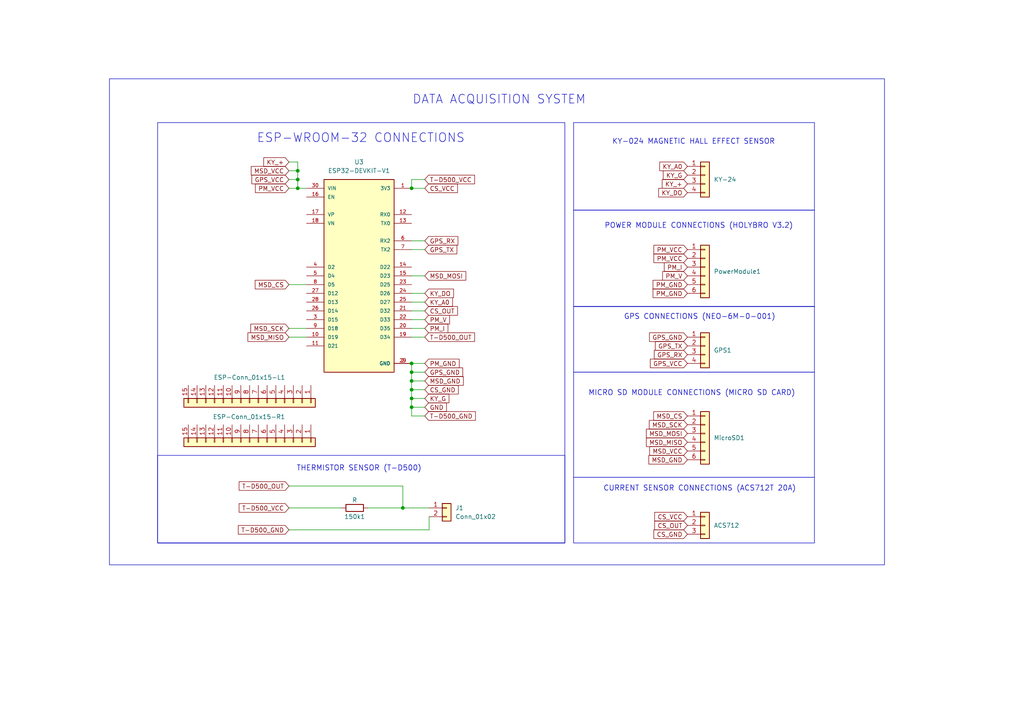
<source format=kicad_sch>
(kicad_sch (version 20231120) (generator "eeschema") (generator_version "8.0")
  (paper "A4")
  (title_block (title "DATA ACQUISITION SYSTEM") (company "GRUPO DE CONTROL AUTOMATICO"))
  (lib_symbols
    (symbol "Connector_Generic:Conn_01x02" (pin_names (offset 1.016) hide)
      (property "Reference" "J" (at 0 2.54 0))
      (property "Value" "Conn_01x02" (at 0 -5.08 0))
      (symbol "Conn_01x02_1_1"
        (rectangle (start -1.27 -2.413) (end 0 -2.667) (stroke (width 0.1524)))
        (rectangle (start -1.27 0.127) (end 0 -0.127) (stroke (width 0.1524)))
        (rectangle (start -1.27 1.27) (end 1.27 -3.81) (stroke (width 0.254)) (fill (type background)))
        (pin passive line (at -5.08 0 0) (length 3.81) (name "Pin_1") (number "1"))
        (pin passive line (at -5.08 -2.54 0) (length 3.81) (name "Pin_2") (number "2"))
      )
    )
    (symbol "Connector_Generic:Conn_01x03" (pin_names (offset 1.016) hide)
      (property "Reference" "J" (at 0 5.08 0))
      (property "Value" "Conn_01x03" (at 0 -5.08 0))
      (symbol "Conn_01x03_1_1"
        (rectangle (start -1.27 -2.413) (end 0 -2.667) (stroke (width 0.1524)))
        (rectangle (start -1.27 0.127) (end 0 -0.127) (stroke (width 0.1524)))
        (rectangle (start -1.27 2.667) (end 0 2.413) (stroke (width 0.1524)))
        (rectangle (start -1.27 3.81) (end 1.27 -3.81) (stroke (width 0.254)) (fill (type background)))
        (pin passive line (at -5.08 2.54 0) (length 3.81) (name "Pin_1") (number "1"))
        (pin passive line (at -5.08 0 0) (length 3.81) (name "Pin_2") (number "2"))
        (pin passive line (at -5.08 -2.54 0) (length 3.81) (name "Pin_3") (number "3"))
      )
    )
    (symbol "Connector_Generic:Conn_01x04" (pin_names (offset 1.016) hide)
      (property "Reference" "J" (at 0 5.08 0))
      (property "Value" "Conn_01x04" (at 0 -7.62 0))
      (symbol "Conn_01x04_1_1"
        (rectangle (start -1.27 -4.953) (end 0 -5.207) (stroke (width 0.1524)))
        (rectangle (start -1.27 -2.413) (end 0 -2.667) (stroke (width 0.1524)))
        (rectangle (start -1.27 0.127) (end 0 -0.127) (stroke (width 0.1524)))
        (rectangle (start -1.27 2.667) (end 0 2.413) (stroke (width 0.1524)))
        (rectangle (start -1.27 3.81) (end 1.27 -6.35) (stroke (width 0.254)) (fill (type background)))
        (pin passive line (at -5.08 2.54 0) (length 3.81) (name "Pin_1") (number "1"))
        (pin passive line (at -5.08 0 0) (length 3.81) (name "Pin_2") (number "2"))
        (pin passive line (at -5.08 -2.54 0) (length 3.81) (name "Pin_3") (number "3"))
        (pin passive line (at -5.08 -5.08 0) (length 3.81) (name "Pin_4") (number "4"))
      )
    )
    (symbol "Connector_Generic:Conn_01x06" (pin_names (offset 1.016) hide)
      (property "Reference" "J" (at 0 7.62 0))
      (property "Value" "Conn_01x06" (at 0 -10.16 0))
      (symbol "Conn_01x06_1_1"
        (rectangle (start -1.27 -7.493) (end 0 -7.747) (stroke (width 0.1524)))
        (rectangle (start -1.27 -4.953) (end 0 -5.207) (stroke (width 0.1524)))
        (rectangle (start -1.27 -2.413) (end 0 -2.667) (stroke (width 0.1524)))
        (rectangle (start -1.27 0.127) (end 0 -0.127) (stroke (width 0.1524)))
        (rectangle (start -1.27 2.667) (end 0 2.413) (stroke (width 0.1524)))
        (rectangle (start -1.27 5.207) (end 0 4.953) (stroke (width 0.1524)))
        (rectangle (start -1.27 6.35) (end 1.27 -8.89) (stroke (width 0.254)) (fill (type background)))
        (pin passive line (at -5.08 5.08 0) (length 3.81) (name "Pin_1") (number "1"))
        (pin passive line (at -5.08 2.54 0) (length 3.81) (name "Pin_2") (number "2"))
        (pin passive line (at -5.08 0 0) (length 3.81) (name "Pin_3") (number "3"))
        (pin passive line (at -5.08 -2.54 0) (length 3.81) (name "Pin_4") (number "4"))
        (pin passive line (at -5.08 -5.08 0) (length 3.81) (name "Pin_5") (number "5"))
        (pin passive line (at -5.08 -7.62 0) (length 3.81) (name "Pin_6") (number "6"))
      )
    )
    (symbol "Connector_Generic:Conn_01x15" (pin_names (offset 1.016) hide)
      (property "Reference" "J" (at 0 20.32 0))
      (property "Value" "Conn_01x15" (at 0 -20.32 0))
      (symbol "Conn_01x15_1_1"
        (rectangle (start -1.27 -17.653) (end 0 -17.907) (stroke (width 0.1524)))
        (rectangle (start -1.27 -15.113) (end 0 -15.367) (stroke (width 0.1524)))
        (rectangle (start -1.27 -12.573) (end 0 -12.827) (stroke (width 0.1524)))
        (rectangle (start -1.27 -10.033) (end 0 -10.287) (stroke (width 0.1524)))
        (rectangle (start -1.27 -7.493) (end 0 -7.747) (stroke (width 0.1524)))
        (rectangle (start -1.27 -4.953) (end 0 -5.207) (stroke (width 0.1524)))
        (rectangle (start -1.27 -2.413) (end 0 -2.667) (stroke (width 0.1524)))
        (rectangle (start -1.27 0.127) (end 0 -0.127) (stroke (width 0.1524)))
        (rectangle (start -1.27 2.667) (end 0 2.413) (stroke (width 0.1524)))
        (rectangle (start -1.27 5.207) (end 0 4.953) (stroke (width 0.1524)))
        (rectangle (start -1.27 7.747) (end 0 7.493) (stroke (width 0.1524)))
        (rectangle (start -1.27 10.287) (end 0 10.033) (stroke (width 0.1524)))
        (rectangle (start -1.27 12.827) (end 0 12.573) (stroke (width 0.1524)))
        (rectangle (start -1.27 15.367) (end 0 15.113) (stroke (width 0.1524)))
        (rectangle (start -1.27 17.907) (end 0 17.653) (stroke (width 0.1524)))
        (rectangle (start -1.27 19.05) (end 1.27 -19.05) (stroke (width 0.254)) (fill (type background)))
        (pin passive line (at -5.08 17.78 0) (length 3.81) (name "Pin_1") (number "1"))
        (pin passive line (at -5.08 -5.08 0) (length 3.81) (name "Pin_10") (number "10"))
        (pin passive line (at -5.08 -7.62 0) (length 3.81) (name "Pin_11") (number "11"))
        (pin passive line (at -5.08 -10.16 0) (length 3.81) (name "Pin_12") (number "12"))
        (pin passive line (at -5.08 -12.7 0) (length 3.81) (name "Pin_13") (number "13"))
        (pin passive line (at -5.08 -15.24 0) (length 3.81) (name "Pin_14") (number "14"))
        (pin passive line (at -5.08 -17.78 0) (length 3.81) (name "Pin_15") (number "15"))
        (pin passive line (at -5.08 15.24 0) (length 3.81) (name "Pin_2") (number "2"))
        (pin passive line (at -5.08 12.7 0) (length 3.81) (name "Pin_3") (number "3"))
        (pin passive line (at -5.08 10.16 0) (length 3.81) (name "Pin_4") (number "4"))
        (pin passive line (at -5.08 7.62 0) (length 3.81) (name "Pin_5") (number "5"))
        (pin passive line (at -5.08 5.08 0) (length 3.81) (name "Pin_6") (number "6"))
        (pin passive line (at -5.08 2.54 0) (length 3.81) (name "Pin_7") (number "7"))
        (pin passive line (at -5.08 0 0) (length 3.81) (name "Pin_8") (number "8"))
        (pin passive line (at -5.08 -2.54 0) (length 3.81) (name "Pin_9") (number "9"))
      )
    )
    (symbol "Device:R" (pin_numbers hide) (pin_names (offset 0))
      (property "Reference" "R" (at 2.032 0 90))
      (property "Value" "R" (at 0 0 90))
      (symbol "R_0_1"
        (rectangle (start -1.016 -2.54) (end 1.016 2.54) (stroke (width 0.254)))
      )
      (symbol "R_1_1"
        (pin passive line (at 0 3.81 270) (length 1.27) (name "~") (number "1"))
        (pin passive line (at 0 -3.81 90) (length 1.27) (name "~") (number "2"))
      )
    )
    (symbol "ESP32-DEVKIT-V1:ESP32-DEVKIT-V1" (pin_names (offset 1.016))
      (property "Reference" "U" (at -10.16 30.48 0))
      (property "Value" "ESP32-DEVKIT-V1" (at -10.16 -30.48 0))
      (symbol "ESP32-DEVKIT-V1_0_0"
        (rectangle (start -10.16 -27.94) (end 10.16 27.94) (stroke (width 0.254)) (fill (type background)))
        (pin output line (at 15.24 25.4 180) (length 5.08) (name "3V3") (number "1"))
        (pin bidirectional line (at -15.24 -17.78 0) (length 5.08) (name "D19") (number "10"))
        (pin bidirectional line (at -15.24 -20.32 0) (length 5.08) (name "D21") (number "11"))
        (pin input line (at 15.24 17.78 180) (length 5.08) (name "RX0") (number "12"))
        (pin output line (at 15.24 15.24 180) (length 5.08) (name "TX0") (number "13"))
        (pin bidirectional line (at 15.24 2.54 180) (length 5.08) (name "D22") (number "14"))
        (pin bidirectional line (at 15.24 0 180) (length 5.08) (name "D23") (number "15"))
        (pin input line (at -15.24 22.86 0) (length 5.08) (name "EN") (number "16"))
        (pin bidirectional line (at -15.24 17.78 0) (length 5.08) (name "VP") (number "17"))
        (pin bidirectional line (at -15.24 15.24 0) (length 5.08) (name "VN") (number "18"))
        (pin bidirectional line (at 15.24 -17.78 180) (length 5.08) (name "D34") (number "19"))
        (pin power_in line (at 15.24 -25.4 180) (length 5.08) (name "GND") (number "2"))
        (pin bidirectional line (at 15.24 -15.24 180) (length 5.08) (name "D35") (number "20"))
        (pin bidirectional line (at 15.24 -10.16 180) (length 5.08) (name "D32") (number "21"))
        (pin bidirectional line (at 15.24 -12.7 180) (length 5.08) (name "D33") (number "22"))
        (pin bidirectional line (at 15.24 -2.54 180) (length 5.08) (name "D25") (number "23"))
        (pin bidirectional line (at 15.24 -5.08 180) (length 5.08) (name "D26") (number "24"))
        (pin bidirectional line (at 15.24 -7.62 180) (length 5.08) (name "D27") (number "25"))
        (pin bidirectional line (at -15.24 -10.16 0) (length 5.08) (name "D14") (number "26"))
        (pin bidirectional line (at -15.24 -5.08 0) (length 5.08) (name "D12") (number "27"))
        (pin bidirectional line (at -15.24 -7.62 0) (length 5.08) (name "D13") (number "28"))
        (pin power_in line (at 15.24 -25.4 180) (length 5.08) (name "GND") (number "29"))
        (pin bidirectional line (at -15.24 -12.7 0) (length 5.08) (name "D15") (number "3"))
        (pin input line (at -15.24 25.4 0) (length 5.08) (name "VIN") (number "30"))
        (pin bidirectional line (at -15.24 2.54 0) (length 5.08) (name "D2") (number "4"))
        (pin bidirectional line (at -15.24 0 0) (length 5.08) (name "D4") (number "5"))
        (pin input line (at 15.24 10.16 180) (length 5.08) (name "RX2") (number "6"))
        (pin output line (at 15.24 7.62 180) (length 5.08) (name "TX2") (number "7"))
        (pin bidirectional line (at -15.24 -2.54 0) (length 5.08) (name "D5") (number "8"))
        (pin bidirectional line (at -15.24 -15.24 0) (length 5.08) (name "D18") (number "9"))
      )
    )
  )
  (junction (at 86.36 54.61))
  (junction (at 119.38 113.03))
  (junction (at 119.38 54.61))
  (junction (at 116.84 147.32))
  (junction (at 119.38 107.95))
  (junction (at 119.38 118.11))
  (junction (at 119.38 115.57))
  (junction (at 119.38 105.41))
  (junction (at 86.36 49.53))
  (junction (at 119.38 110.49))
  (junction (at 86.36 52.07))
  (wire (pts (xy 86.36 52.07) (xy 86.36 54.61)))
  (wire (pts (xy 123.19 52.07) (xy 119.38 52.07)))
  (wire (pts (xy 83.82 153.67) (xy 124.46 153.67)))
  (wire (pts (xy 83.82 97.79) (xy 88.9 97.79)))
  (wire (pts (xy 119.38 110.49) (xy 119.38 113.03)))
  (wire (pts (xy 119.38 80.01) (xy 123.19 80.01)))
  (wire (pts (xy 83.82 46.99) (xy 86.36 46.99)))
  (wire (pts (xy 86.36 46.99) (xy 86.36 49.53)))
  (wire (pts (xy 119.38 105.41) (xy 119.38 107.95)))
  (wire (pts (xy 86.36 54.61) (xy 88.9 54.61)))
  (wire (pts (xy 119.38 90.17) (xy 123.19 90.17)))
  (wire (pts (xy 116.84 140.97) (xy 116.84 147.32)))
  (wire (pts (xy 123.19 115.57) (xy 119.38 115.57)))
  (wire (pts (xy 119.38 107.95) (xy 119.38 110.49)))
  (wire (pts (xy 83.82 49.53) (xy 86.36 49.53)))
  (wire (pts (xy 119.38 52.07) (xy 119.38 54.61)))
  (wire (pts (xy 119.38 54.61) (xy 123.19 54.61)))
  (wire (pts (xy 83.82 82.55) (xy 88.9 82.55)))
  (wire (pts (xy 119.38 120.65) (xy 119.38 118.11)))
  (wire (pts (xy 119.38 95.25) (xy 123.19 95.25)))
  (wire (pts (xy 119.38 72.39) (xy 123.19 72.39)))
  (wire (pts (xy 123.19 110.49) (xy 119.38 110.49)))
  (wire (pts (xy 119.38 118.11) (xy 119.38 115.57)))
  (wire (pts (xy 86.36 49.53) (xy 86.36 52.07)))
  (wire (pts (xy 119.38 87.63) (xy 123.19 87.63)))
  (wire (pts (xy 119.38 105.41) (xy 123.19 105.41)))
  (wire (pts (xy 123.19 120.65) (xy 119.38 120.65)))
  (wire (pts (xy 106.68 147.32) (xy 116.84 147.32)))
  (wire (pts (xy 83.82 147.32) (xy 99.06 147.32)))
  (wire (pts (xy 83.82 95.25) (xy 88.9 95.25)))
  (wire (pts (xy 119.38 92.71) (xy 123.19 92.71)))
  (wire (pts (xy 83.82 52.07) (xy 86.36 52.07)))
  (wire (pts (xy 123.19 113.03) (xy 119.38 113.03)))
  (wire (pts (xy 83.82 54.61) (xy 86.36 54.61)))
  (wire (pts (xy 119.38 115.57) (xy 119.38 113.03)))
  (wire (pts (xy 124.46 153.67) (xy 124.46 149.86)))
  (wire (pts (xy 123.19 107.95) (xy 119.38 107.95)))
  (wire (pts (xy 83.82 140.97) (xy 116.84 140.97)))
  (wire (pts (xy 116.84 147.32) (xy 124.46 147.32)))
  (wire (pts (xy 123.19 118.11) (xy 119.38 118.11)))
  (wire (pts (xy 119.38 97.79) (xy 123.19 97.79)))
  (wire (pts (xy 119.38 85.09) (xy 123.19 85.09)))
  (wire (pts (xy 119.38 69.85) (xy 123.19 69.85)))
  (rectangle (start 45.72 132.08) (end 163.83 157.48))
  (rectangle (start 166.37 88.9) (end 236.22 107.95))
  (rectangle (start 166.37 60.96) (end 236.22 88.9))
  (rectangle (start 31.75 22.86) (end 256.54 163.83))
  (rectangle (start 166.37 138.43) (end 236.22 157.48))
  (rectangle (start 166.37 35.56) (end 236.22 60.96))
  (rectangle (start 166.37 107.95) (end 236.22 138.43))
  (rectangle (start 45.72 35.56) (end 163.83 157.48))
  (text "POWER MODULE CONNECTIONS (HOLYBRO V3.2)" (at 202.692 65.532 0) (effects (font (size 1.524 1.524))))
  (text "KY-024 MAGNETIC HALL EFFECT SENSOR" (at 201.168 41.148 0) (effects (font (size 1.524 1.524))))
  (text "MICRO SD MODULE CONNECTIONS (MICRO SD CARD)" (at 200.66 114.046 0) (effects (font (size 1.524 1.524))))
  (text "ESP-WROOM-32 CONNECTIONS" (at 104.648 40.132 0) (effects (font (size 2.54 2.54))))
  (text "THERMISTOR SENSOR (T-D500)" (at 104.14 135.89 0) (effects (font (size 1.524 1.524))))
  (text "CURRENT SENSOR CONNECTIONS (ACS712T 20A)" (at 202.946 141.732 0) (effects (font (size 1.524 1.524))))
  (text "GPS CONNECTIONS (NEO-6M-0-001)" (at 202.946 91.948 0) (effects (font (size 1.524 1.524))))
  (text "DATA ACQUISITION SYSTEM" (at 144.78 28.956 0) (effects (font (size 2.54 2.54))))
  (global_label "PM_I" (shape input) (at 199.39 77.47 180) (property "Intersheetrefs" "${INTERSHEET_REFS}" (effects (hide yes))))
  (global_label "MSD_MOSI" (shape input) (at 199.39 125.73 180) (property "Intersheetrefs" "${INTERSHEET_REFS}" (effects (hide yes))))
  (global_label "GPS_GND" (shape input) (at 123.19 107.95 0) (property "Intersheetrefs" "${INTERSHEET_REFS}" (effects (hide yes))))
  (global_label "PM_GND" (shape input) (at 199.39 85.09 180) (property "Intersheetrefs" "${INTERSHEET_REFS}" (effects (hide yes))))
  (global_label "GPS_RX" (shape input) (at 199.39 102.87 180) (property "Intersheetrefs" "${INTERSHEET_REFS}" (effects (hide yes))))
  (global_label "T-D500_VCC" (shape input) (at 83.82 147.32 180) (property "Intersheetrefs" "${INTERSHEET_REFS}" (effects (hide yes))))
  (global_label "MSD_MISO" (shape input) (at 83.82 97.79 180) (property "Intersheetrefs" "${INTERSHEET_REFS}" (effects (hide yes))))
  (global_label "MSD_SCK" (shape input) (at 83.82 95.25 180) (property "Intersheetrefs" "${INTERSHEET_REFS}" (effects (hide yes))))
  (global_label "MSD_GND" (shape input) (at 199.39 133.35 180) (property "Intersheetrefs" "${INTERSHEET_REFS}" (effects (hide yes))))
  (global_label "KY_DO" (shape input) (at 123.19 85.09 0) (property "Intersheetrefs" "${INTERSHEET_REFS}" (effects (hide yes))))
  (global_label "MSD_SCK" (shape input) (at 199.39 123.19 180) (property "Intersheetrefs" "${INTERSHEET_REFS}" (effects (hide yes))))
  (global_label "CS_VCC" (shape input) (at 199.39 149.86 180) (property "Intersheetrefs" "${INTERSHEET_REFS}" (effects (hide yes))))
  (global_label "CS_GND" (shape input) (at 199.39 154.94 180) (property "Intersheetrefs" "${INTERSHEET_REFS}" (effects (hide yes))))
  (global_label "KY_G" (shape input) (at 199.39 50.8 180) (property "Intersheetrefs" "${INTERSHEET_REFS}" (effects (hide yes))))
  (global_label "GPS_VCC" (shape input) (at 83.82 52.07 180) (property "Intersheetrefs" "${INTERSHEET_REFS}" (effects (hide yes))))
  (global_label "T-D500_OUT" (shape input) (at 123.19 97.79 0) (property "Intersheetrefs" "${INTERSHEET_REFS}" (effects (hide yes))))
  (global_label "GPS_TX" (shape input) (at 199.39 100.33 180) (property "Intersheetrefs" "${INTERSHEET_REFS}" (effects (hide yes))))
  (global_label "PM_V" (shape input) (at 123.19 92.71 0) (property "Intersheetrefs" "${INTERSHEET_REFS}" (effects (hide yes))))
  (global_label "CS_VCC" (shape input) (at 123.19 54.61 0) (property "Intersheetrefs" "${INTERSHEET_REFS}" (effects (hide yes))))
  (global_label "PM_VCC" (shape input) (at 199.39 72.39 180) (property "Intersheetrefs" "${INTERSHEET_REFS}" (effects (hide yes))))
  (global_label "GPS_GND" (shape input) (at 199.39 97.79 180) (property "Intersheetrefs" "${INTERSHEET_REFS}" (effects (hide yes))))
  (global_label "MSD_GND" (shape input) (at 123.19 110.49 0) (property "Intersheetrefs" "${INTERSHEET_REFS}" (effects (hide yes))))
  (global_label "T-D500_OUT" (shape input) (at 83.82 140.97 180) (property "Intersheetrefs" "${INTERSHEET_REFS}" (effects (hide yes))))
  (global_label "T-D500_GND" (shape input) (at 123.19 120.65 0) (property "Intersheetrefs" "${INTERSHEET_REFS}" (effects (hide yes))))
  (global_label "GND" (shape input) (at 123.19 118.11 0) (property "Intersheetrefs" "${INTERSHEET_REFS}" (effects (hide yes))))
  (global_label "MSD_MOSI" (shape input) (at 123.19 80.01 0) (property "Intersheetrefs" "${INTERSHEET_REFS}" (effects (hide yes))))
  (global_label "PM_GND" (shape input) (at 123.19 105.41 0) (property "Intersheetrefs" "${INTERSHEET_REFS}" (effects (hide yes))))
  (global_label "GPS_TX" (shape input) (at 123.19 72.39 0) (property "Intersheetrefs" "${INTERSHEET_REFS}" (effects (hide yes))))
  (global_label "T-D500_VCC" (shape input) (at 123.19 52.07 0) (property "Intersheetrefs" "${INTERSHEET_REFS}" (effects (hide yes))))
  (global_label "PM_I" (shape input) (at 123.19 95.25 0) (property "Intersheetrefs" "${INTERSHEET_REFS}" (effects (hide yes))))
  (global_label "CS_OUT" (shape input) (at 123.19 90.17 0) (property "Intersheetrefs" "${INTERSHEET_REFS}" (effects (hide yes))))
  (global_label "PM_V" (shape input) (at 199.39 80.01 180) (property "Intersheetrefs" "${INTERSHEET_REFS}" (effects (hide yes))))
  (global_label "KY_A0" (shape input) (at 123.19 87.63 0) (property "Intersheetrefs" "${INTERSHEET_REFS}" (effects (hide yes))))
  (global_label "GPS_VCC" (shape input) (at 199.39 105.41 180) (property "Intersheetrefs" "${INTERSHEET_REFS}" (effects (hide yes))))
  (global_label "KY_G" (shape input) (at 123.19 115.57 0) (property "Intersheetrefs" "${INTERSHEET_REFS}" (effects (hide yes))))
  (global_label "CS_GND" (shape input) (at 123.19 113.03 0) (property "Intersheetrefs" "${INTERSHEET_REFS}" (effects (hide yes))))
  (global_label "KY_+" (shape input) (at 199.39 53.34 180) (property "Intersheetrefs" "${INTERSHEET_REFS}" (effects (hide yes))))
  (global_label "MSD_MISO" (shape input) (at 199.39 128.27 180) (property "Intersheetrefs" "${INTERSHEET_REFS}" (effects (hide yes))))
  (global_label "KY_A0" (shape input) (at 199.39 48.26 180) (property "Intersheetrefs" "${INTERSHEET_REFS}" (effects (hide yes))))
  (global_label "MSD_VCC" (shape input) (at 83.82 49.53 180) (property "Intersheetrefs" "${INTERSHEET_REFS}" (effects (hide yes))))
  (global_label "GPS_RX" (shape input) (at 123.19 69.85 0) (property "Intersheetrefs" "${INTERSHEET_REFS}" (effects (hide yes))))
  (global_label "MSD_CS" (shape input) (at 199.39 120.65 180) (property "Intersheetrefs" "${INTERSHEET_REFS}" (effects (hide yes))))
  (global_label "CS_OUT" (shape input) (at 199.39 152.4 180) (property "Intersheetrefs" "${INTERSHEET_REFS}" (effects (hide yes))))
  (global_label "KY_DO" (shape input) (at 199.39 55.88 180) (property "Intersheetrefs" "${INTERSHEET_REFS}" (effects (hide yes))))
  (global_label "MSD_CS" (shape input) (at 83.82 82.55 180) (property "Intersheetrefs" "${INTERSHEET_REFS}" (effects (hide yes))))
  (global_label "T-D500_GND" (shape input) (at 83.82 153.67 180) (property "Intersheetrefs" "${INTERSHEET_REFS}" (effects (hide yes))))
  (global_label "PM_VCC" (shape input) (at 83.82 54.61 180) (property "Intersheetrefs" "${INTERSHEET_REFS}" (effects (hide yes))))
  (global_label "PM_VCC" (shape input) (at 199.39 74.93 180) (property "Intersheetrefs" "${INTERSHEET_REFS}" (effects (hide yes))))
  (global_label "PM_GND" (shape input) (at 199.39 82.55 180) (property "Intersheetrefs" "${INTERSHEET_REFS}" (effects (hide yes))))
  (global_label "KY_+" (shape input) (at 83.82 46.99 180) (property "Intersheetrefs" "${INTERSHEET_REFS}" (effects (hide yes))))
  (global_label "MSD_VCC" (shape input) (at 199.39 130.81 180) (property "Intersheetrefs" "${INTERSHEET_REFS}" (effects (hide yes))))
  (symbol (lib_id "Device:R") (at 102.87 147.32 90) (unit 1)
    (property "Reference" "150k1" (at 102.87 149.86 90))
    (property "Value" "R" (at 102.87 145.034 90))
    (property "Footprint" "Connector_PinSocket_2.54mm:PinSocket_1x02_P2.54mm_Vertical" (effects (hide yes)))
    (property "Description" "Resistor" (effects (hide yes)))
  )
  (symbol (lib_id "Connector_Generic:Conn_01x04") (at 204.47 100.33 0) (unit 1)
    (property "Reference" "GPS1" (at 207.01 101.5999 0) (effects (justify left)))
    (property "Value" "Conn_01x04" (effects (hide yes)))
    (property "Footprint" "Connector_PinSocket_2.54mm:PinSocket_1x04_P2.54mm_Vertical" (effects (hide yes)))
    (property "Description" "Generic connector, single row, 01x04, script generated (kicad-library-utils/schlib/autogen/connector/)" (effects (hide yes)))
  )
  (symbol (lib_id "Connector_Generic:Conn_01x02") (at 129.54 147.32 0) (unit 1)
    (property "Reference" "J1" (at 132.08 147.3199 0) (effects (justify left)))
    (property "Value" "Conn_01x02" (at 132.08 149.8599 0) (effects (justify left)))
    (property "Footprint" "Connector_PinSocket_2.54mm:PinSocket_1x02_P2.54mm_Vertical" (effects (hide yes)))
    (property "Description" "Generic connector, single row, 01x02, script generated (kicad-library-utils/schlib/autogen/connector/)" (effects (hide yes)))
  )
  (symbol (lib_id "Connector_Generic:Conn_01x15") (at 72.39 116.84 270) (unit 1)
    (property "Reference" "ESP-Conn_01x15-L1" (at 61.976 109.474 90) (effects (justify left)))
    (property "Value" "Conn_01x15" (effects (hide yes)))
    (property "Footprint" "Connector_PinSocket_2.54mm:PinSocket_1x15_P2.54mm_Vertical" (effects (hide yes)))
    (property "Description" "Generic connector, single row, 01x15, script generated (kicad-library-utils/schlib/autogen/connector/)" (effects (hide yes)))
  )
  (symbol (lib_id "Connector_Generic:Conn_01x06") (at 204.47 77.47 0) (unit 1)
    (property "Reference" "PowerModule1" (at 207.01 78.7399 0) (effects (justify left)))
    (property "Value" "Conn_01x06" (effects (hide yes)))
    (property "Footprint" "Connector_PinSocket_2.54mm:PinSocket_1x06_P2.54mm_Vertical" (effects (hide yes)))
    (property "Description" "Generic connector, single row, 01x06, script generated (kicad-library-utils/schlib/autogen/connector/)" (effects (hide yes)))
  )
  (symbol (lib_id "Connector_Generic:Conn_01x03") (at 204.47 152.4 0) (unit 1)
    (property "Reference" "ACS712" (at 207.01 152.3999 0) (effects (justify left)))
    (property "Value" "Conn_01x03" (effects (hide yes)))
    (property "Footprint" "Connector_PinSocket_2.54mm:PinSocket_1x03_P2.54mm_Vertical" (effects (hide yes)))
    (property "Description" "Generic connector, single row, 01x03, script generated (kicad-library-utils/schlib/autogen/connector/)" (effects (hide yes)))
  )
  (symbol (lib_id "ESP32-DEVKIT-V1:ESP32-DEVKIT-V1") (at 104.14 80.01 0) (unit 1)
    (property "Reference" "U3" (at 104.14 46.99 0))
    (property "Value" "ESP32-DEVKIT-V1" (at 104.14 49.53 0))
    (property "Footprint" "ESP32-DEVKIT-V1 (2):MODULE_ESP32_DEVKIT_V1" (effects (hide yes)))
    (property "MF" "Do it" (effects (hide yes)))
    (property "MAXIMUM_PACKAGE_HEIGHT" "6.8 mm" (effects (hide yes)))
    (property "Package" "None" (effects (hide yes)))
    (property "Price" "None" (effects (hide yes)))
    (property "Check_prices" "https://www.snapeda.com/parts/ESP32-DEVKIT-V1/Do+it/view-part/?ref=eda" (effects (hide yes)))
    (property "STANDARD" "Manufacturer Recommendations" (effects (hide yes)))
    (property "PARTREV" "N/A" (effects (hide yes)))
    (property "SnapEDA_Link" "https://www.snapeda.com/parts/ESP32-DEVKIT-V1/Do+it/view-part/?ref=snap" (effects (hide yes)))
    (property "MP" "ESP32-DEVKIT-V1" (effects (hide yes)))
    (property "Description_1" "\nDual core, Wi-Fi: 2.4 GHz up to 150 Mbits/s,BLE (Bluetooth Low Energy) and legacy Bluetooth, 32 bits, Up to 240 MHz\n" (effects (hide yes)))
    (property "Availability" "Not in stock" (effects (hide yes)))
    (property "MANUFACTURER" "DOIT" (effects (hide yes)))
  )
  (symbol (lib_id "Connector_Generic:Conn_01x06") (at 204.47 125.73 0) (unit 1)
    (property "Reference" "MicroSD1" (at 207.01 126.9999 0) (effects (justify left)))
    (property "Value" "Conn_01x06" (effects (hide yes)))
    (property "Footprint" "Connector_PinSocket_2.54mm:PinSocket_1x06_P2.54mm_Horizontal" (effects (hide yes)))
    (property "Description" "Generic connector, single row, 01x06, script generated (kicad-library-utils/schlib/autogen/connector/)" (effects (hide yes)))
  )
  (symbol (lib_id "Connector_Generic:Conn_01x04") (at 204.47 50.8 0) (unit 1)
    (property "Reference" "KY-24" (at 207.01 52.0699 0) (effects (justify left)))
    (property "Value" "Conn_01x04" (effects (hide yes)))
    (property "Footprint" "Connector_PinSocket_2.54mm:PinSocket_1x04_P2.54mm_Horizontal" (effects (hide yes)))
    (property "Description" "Generic connector, single row, 01x04, script generated (kicad-library-utils/schlib/autogen/connector/)" (effects (hide yes)))
  )
  (symbol (lib_id "Connector_Generic:Conn_01x15") (at 72.39 128.27 270) (unit 1)
    (property "Reference" "ESP-Conn_01x15-R1" (at 61.722 120.904 90) (effects (justify left)))
    (property "Value" "Conn_01x15" (effects (hide yes)))
    (property "Footprint" "Connector_PinSocket_2.54mm:PinSocket_1x15_P2.54mm_Vertical" (effects (hide yes)))
    (property "Description" "Generic connector, single row, 01x15, script generated (kicad-library-utils/schlib/autogen/connector/)" (effects (hide yes)))
  )
)
</source>
